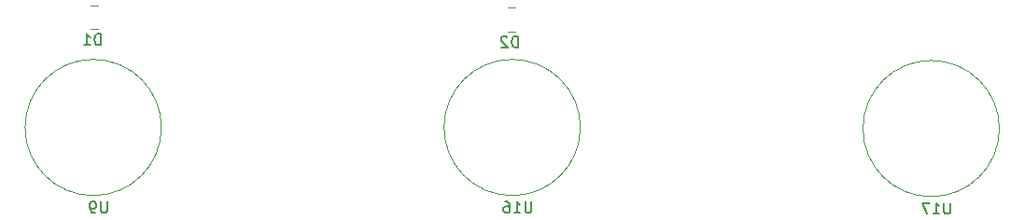
<source format=gbr>
G04 #@! TF.GenerationSoftware,KiCad,Pcbnew,5.1.5-52549c5~84~ubuntu19.04.1*
G04 #@! TF.CreationDate,2020-02-07T12:33:04+01:00*
G04 #@! TF.ProjectId,laborBerlin,6c61626f-7242-4657-926c-696e2e6b6963,rev?*
G04 #@! TF.SameCoordinates,Original*
G04 #@! TF.FileFunction,Legend,Bot*
G04 #@! TF.FilePolarity,Positive*
%FSLAX46Y46*%
G04 Gerber Fmt 4.6, Leading zero omitted, Abs format (unit mm)*
G04 Created by KiCad (PCBNEW 5.1.5-52549c5~84~ubuntu19.04.1) date 2020-02-07 12:33:04*
%MOMM*%
%LPD*%
G04 APERTURE LIST*
%ADD10C,0.120000*%
%ADD11C,0.150000*%
G04 APERTURE END LIST*
D10*
X180685467Y-79600000D02*
G75*
G03X180685467Y-79600000I-6185467J0D01*
G01*
X142685467Y-79500000D02*
G75*
G03X142685467Y-79500000I-6185467J0D01*
G01*
X104685467Y-79500000D02*
G75*
G03X104685467Y-79500000I-6185467J0D01*
G01*
X136080000Y-68640000D02*
X136811000Y-68640000D01*
X136080000Y-70760000D02*
X136811000Y-70760000D01*
X98240000Y-68440000D02*
X98971000Y-68440000D01*
X98240000Y-70560000D02*
X98971000Y-70560000D01*
D11*
X176238095Y-86352380D02*
X176238095Y-87161904D01*
X176190476Y-87257142D01*
X176142857Y-87304761D01*
X176047619Y-87352380D01*
X175857142Y-87352380D01*
X175761904Y-87304761D01*
X175714285Y-87257142D01*
X175666666Y-87161904D01*
X175666666Y-86352380D01*
X174666666Y-87352380D02*
X175238095Y-87352380D01*
X174952380Y-87352380D02*
X174952380Y-86352380D01*
X175047619Y-86495238D01*
X175142857Y-86590476D01*
X175238095Y-86638095D01*
X174333333Y-86352380D02*
X173666666Y-86352380D01*
X174095238Y-87352380D01*
X138238095Y-86252380D02*
X138238095Y-87061904D01*
X138190476Y-87157142D01*
X138142857Y-87204761D01*
X138047619Y-87252380D01*
X137857142Y-87252380D01*
X137761904Y-87204761D01*
X137714285Y-87157142D01*
X137666666Y-87061904D01*
X137666666Y-86252380D01*
X136666666Y-87252380D02*
X137238095Y-87252380D01*
X136952380Y-87252380D02*
X136952380Y-86252380D01*
X137047619Y-86395238D01*
X137142857Y-86490476D01*
X137238095Y-86538095D01*
X135809523Y-86252380D02*
X136000000Y-86252380D01*
X136095238Y-86300000D01*
X136142857Y-86347619D01*
X136238095Y-86490476D01*
X136285714Y-86680952D01*
X136285714Y-87061904D01*
X136238095Y-87157142D01*
X136190476Y-87204761D01*
X136095238Y-87252380D01*
X135904761Y-87252380D01*
X135809523Y-87204761D01*
X135761904Y-87157142D01*
X135714285Y-87061904D01*
X135714285Y-86823809D01*
X135761904Y-86728571D01*
X135809523Y-86680952D01*
X135904761Y-86633333D01*
X136095238Y-86633333D01*
X136190476Y-86680952D01*
X136238095Y-86728571D01*
X136285714Y-86823809D01*
X99761904Y-86252380D02*
X99761904Y-87061904D01*
X99714285Y-87157142D01*
X99666666Y-87204761D01*
X99571428Y-87252380D01*
X99380952Y-87252380D01*
X99285714Y-87204761D01*
X99238095Y-87157142D01*
X99190476Y-87061904D01*
X99190476Y-86252380D01*
X98666666Y-87252380D02*
X98476190Y-87252380D01*
X98380952Y-87204761D01*
X98333333Y-87157142D01*
X98238095Y-87014285D01*
X98190476Y-86823809D01*
X98190476Y-86442857D01*
X98238095Y-86347619D01*
X98285714Y-86300000D01*
X98380952Y-86252380D01*
X98571428Y-86252380D01*
X98666666Y-86300000D01*
X98714285Y-86347619D01*
X98761904Y-86442857D01*
X98761904Y-86680952D01*
X98714285Y-86776190D01*
X98666666Y-86823809D01*
X98571428Y-86871428D01*
X98380952Y-86871428D01*
X98285714Y-86823809D01*
X98238095Y-86776190D01*
X98190476Y-86680952D01*
X137008095Y-72212380D02*
X137008095Y-71212380D01*
X136770000Y-71212380D01*
X136627142Y-71260000D01*
X136531904Y-71355238D01*
X136484285Y-71450476D01*
X136436666Y-71640952D01*
X136436666Y-71783809D01*
X136484285Y-71974285D01*
X136531904Y-72069523D01*
X136627142Y-72164761D01*
X136770000Y-72212380D01*
X137008095Y-72212380D01*
X136055714Y-71307619D02*
X136008095Y-71260000D01*
X135912857Y-71212380D01*
X135674761Y-71212380D01*
X135579523Y-71260000D01*
X135531904Y-71307619D01*
X135484285Y-71402857D01*
X135484285Y-71498095D01*
X135531904Y-71640952D01*
X136103333Y-72212380D01*
X135484285Y-72212380D01*
X99168095Y-72012380D02*
X99168095Y-71012380D01*
X98930000Y-71012380D01*
X98787142Y-71060000D01*
X98691904Y-71155238D01*
X98644285Y-71250476D01*
X98596666Y-71440952D01*
X98596666Y-71583809D01*
X98644285Y-71774285D01*
X98691904Y-71869523D01*
X98787142Y-71964761D01*
X98930000Y-72012380D01*
X99168095Y-72012380D01*
X97644285Y-72012380D02*
X98215714Y-72012380D01*
X97930000Y-72012380D02*
X97930000Y-71012380D01*
X98025238Y-71155238D01*
X98120476Y-71250476D01*
X98215714Y-71298095D01*
M02*

</source>
